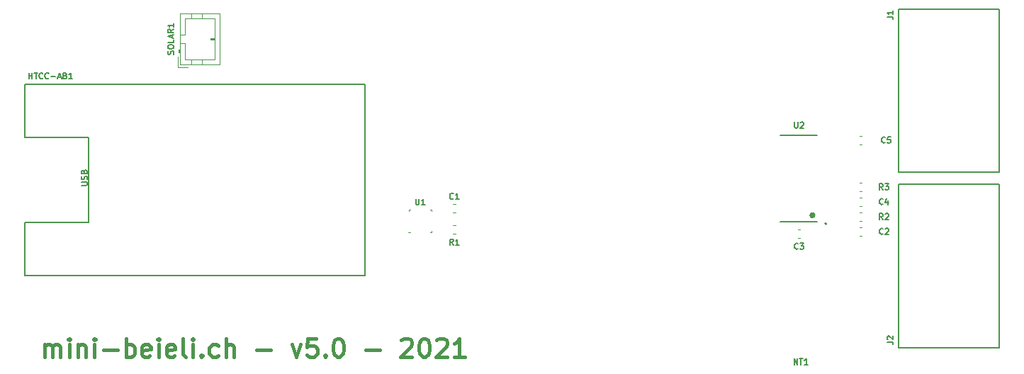
<source format=gto>
G04 #@! TF.GenerationSoftware,KiCad,Pcbnew,5.1.8-5.fc33*
G04 #@! TF.CreationDate,2020-12-26T10:31:11+01:00*
G04 #@! TF.ProjectId,mini-beieli-pcb-cubecell,6d696e69-2d62-4656-9965-6c692d706362,rev?*
G04 #@! TF.SameCoordinates,Original*
G04 #@! TF.FileFunction,Legend,Top*
G04 #@! TF.FilePolarity,Positive*
%FSLAX46Y46*%
G04 Gerber Fmt 4.6, Leading zero omitted, Abs format (unit mm)*
G04 Created by KiCad (PCBNEW 5.1.8-5.fc33) date 2020-12-26 10:31:11*
%MOMM*%
%LPD*%
G01*
G04 APERTURE LIST*
%ADD10C,0.400000*%
%ADD11C,0.127000*%
%ADD12C,0.100000*%
%ADD13C,0.120000*%
%ADD14C,0.300000*%
%ADD15C,0.200000*%
%ADD16C,0.152400*%
%ADD17C,0.150000*%
G04 APERTURE END LIST*
D10*
X42961904Y-78465238D02*
X42961904Y-76998571D01*
X42961904Y-77208095D02*
X43066666Y-77103333D01*
X43276190Y-76998571D01*
X43590476Y-76998571D01*
X43800000Y-77103333D01*
X43904761Y-77312857D01*
X43904761Y-78465238D01*
X43904761Y-77312857D02*
X44009523Y-77103333D01*
X44219047Y-76998571D01*
X44533333Y-76998571D01*
X44742857Y-77103333D01*
X44847619Y-77312857D01*
X44847619Y-78465238D01*
X45895238Y-78465238D02*
X45895238Y-76998571D01*
X45895238Y-76265238D02*
X45790476Y-76370000D01*
X45895238Y-76474761D01*
X46000000Y-76370000D01*
X45895238Y-76265238D01*
X45895238Y-76474761D01*
X46942857Y-76998571D02*
X46942857Y-78465238D01*
X46942857Y-77208095D02*
X47047619Y-77103333D01*
X47257142Y-76998571D01*
X47571428Y-76998571D01*
X47780952Y-77103333D01*
X47885714Y-77312857D01*
X47885714Y-78465238D01*
X48933333Y-78465238D02*
X48933333Y-76998571D01*
X48933333Y-76265238D02*
X48828571Y-76370000D01*
X48933333Y-76474761D01*
X49038095Y-76370000D01*
X48933333Y-76265238D01*
X48933333Y-76474761D01*
X49980952Y-77627142D02*
X51657142Y-77627142D01*
X52704761Y-78465238D02*
X52704761Y-76265238D01*
X52704761Y-77103333D02*
X52914285Y-76998571D01*
X53333333Y-76998571D01*
X53542857Y-77103333D01*
X53647619Y-77208095D01*
X53752380Y-77417619D01*
X53752380Y-78046190D01*
X53647619Y-78255714D01*
X53542857Y-78360476D01*
X53333333Y-78465238D01*
X52914285Y-78465238D01*
X52704761Y-78360476D01*
X55533333Y-78360476D02*
X55323809Y-78465238D01*
X54904761Y-78465238D01*
X54695238Y-78360476D01*
X54590476Y-78150952D01*
X54590476Y-77312857D01*
X54695238Y-77103333D01*
X54904761Y-76998571D01*
X55323809Y-76998571D01*
X55533333Y-77103333D01*
X55638095Y-77312857D01*
X55638095Y-77522380D01*
X54590476Y-77731904D01*
X56580952Y-78465238D02*
X56580952Y-76998571D01*
X56580952Y-76265238D02*
X56476190Y-76370000D01*
X56580952Y-76474761D01*
X56685714Y-76370000D01*
X56580952Y-76265238D01*
X56580952Y-76474761D01*
X58466666Y-78360476D02*
X58257142Y-78465238D01*
X57838095Y-78465238D01*
X57628571Y-78360476D01*
X57523809Y-78150952D01*
X57523809Y-77312857D01*
X57628571Y-77103333D01*
X57838095Y-76998571D01*
X58257142Y-76998571D01*
X58466666Y-77103333D01*
X58571428Y-77312857D01*
X58571428Y-77522380D01*
X57523809Y-77731904D01*
X59828571Y-78465238D02*
X59619047Y-78360476D01*
X59514285Y-78150952D01*
X59514285Y-76265238D01*
X60666666Y-78465238D02*
X60666666Y-76998571D01*
X60666666Y-76265238D02*
X60561904Y-76370000D01*
X60666666Y-76474761D01*
X60771428Y-76370000D01*
X60666666Y-76265238D01*
X60666666Y-76474761D01*
X61714285Y-78255714D02*
X61819047Y-78360476D01*
X61714285Y-78465238D01*
X61609523Y-78360476D01*
X61714285Y-78255714D01*
X61714285Y-78465238D01*
X63704761Y-78360476D02*
X63495238Y-78465238D01*
X63076190Y-78465238D01*
X62866666Y-78360476D01*
X62761904Y-78255714D01*
X62657142Y-78046190D01*
X62657142Y-77417619D01*
X62761904Y-77208095D01*
X62866666Y-77103333D01*
X63076190Y-76998571D01*
X63495238Y-76998571D01*
X63704761Y-77103333D01*
X64647619Y-78465238D02*
X64647619Y-76265238D01*
X65590476Y-78465238D02*
X65590476Y-77312857D01*
X65485714Y-77103333D01*
X65276190Y-76998571D01*
X64961904Y-76998571D01*
X64752380Y-77103333D01*
X64647619Y-77208095D01*
X68314285Y-77627142D02*
X69990476Y-77627142D01*
X72504761Y-76998571D02*
X73028571Y-78465238D01*
X73552380Y-76998571D01*
X75438095Y-76265238D02*
X74390476Y-76265238D01*
X74285714Y-77312857D01*
X74390476Y-77208095D01*
X74600000Y-77103333D01*
X75123809Y-77103333D01*
X75333333Y-77208095D01*
X75438095Y-77312857D01*
X75542857Y-77522380D01*
X75542857Y-78046190D01*
X75438095Y-78255714D01*
X75333333Y-78360476D01*
X75123809Y-78465238D01*
X74600000Y-78465238D01*
X74390476Y-78360476D01*
X74285714Y-78255714D01*
X76485714Y-78255714D02*
X76590476Y-78360476D01*
X76485714Y-78465238D01*
X76380952Y-78360476D01*
X76485714Y-78255714D01*
X76485714Y-78465238D01*
X77952380Y-76265238D02*
X78161904Y-76265238D01*
X78371428Y-76370000D01*
X78476190Y-76474761D01*
X78580952Y-76684285D01*
X78685714Y-77103333D01*
X78685714Y-77627142D01*
X78580952Y-78046190D01*
X78476190Y-78255714D01*
X78371428Y-78360476D01*
X78161904Y-78465238D01*
X77952380Y-78465238D01*
X77742857Y-78360476D01*
X77638095Y-78255714D01*
X77533333Y-78046190D01*
X77428571Y-77627142D01*
X77428571Y-77103333D01*
X77533333Y-76684285D01*
X77638095Y-76474761D01*
X77742857Y-76370000D01*
X77952380Y-76265238D01*
X81304761Y-77627142D02*
X82980952Y-77627142D01*
X85600000Y-76474761D02*
X85704761Y-76370000D01*
X85914285Y-76265238D01*
X86438095Y-76265238D01*
X86647619Y-76370000D01*
X86752380Y-76474761D01*
X86857142Y-76684285D01*
X86857142Y-76893809D01*
X86752380Y-77208095D01*
X85495238Y-78465238D01*
X86857142Y-78465238D01*
X88219047Y-76265238D02*
X88428571Y-76265238D01*
X88638095Y-76370000D01*
X88742857Y-76474761D01*
X88847619Y-76684285D01*
X88952380Y-77103333D01*
X88952380Y-77627142D01*
X88847619Y-78046190D01*
X88742857Y-78255714D01*
X88638095Y-78360476D01*
X88428571Y-78465238D01*
X88219047Y-78465238D01*
X88009523Y-78360476D01*
X87904761Y-78255714D01*
X87800000Y-78046190D01*
X87695238Y-77627142D01*
X87695238Y-77103333D01*
X87800000Y-76684285D01*
X87904761Y-76474761D01*
X88009523Y-76370000D01*
X88219047Y-76265238D01*
X89790476Y-76474761D02*
X89895238Y-76370000D01*
X90104761Y-76265238D01*
X90628571Y-76265238D01*
X90838095Y-76370000D01*
X90942857Y-76474761D01*
X91047619Y-76684285D01*
X91047619Y-76893809D01*
X90942857Y-77208095D01*
X89685714Y-78465238D01*
X91047619Y-78465238D01*
X93142857Y-78465238D02*
X91885714Y-78465238D01*
X92514285Y-78465238D02*
X92514285Y-76265238D01*
X92304761Y-76579523D01*
X92095238Y-76789047D01*
X91885714Y-76893809D01*
D11*
X81258000Y-68785000D02*
X81258000Y-45925000D01*
X81258000Y-45925000D02*
X40618000Y-45925000D01*
X40618000Y-62435000D02*
X40618000Y-68785000D01*
X40618000Y-52275000D02*
X48238000Y-52275000D01*
X48238000Y-52275000D02*
X48238000Y-62435000D01*
X40618000Y-68785000D02*
X81258000Y-68785000D01*
X48238000Y-62435000D02*
X40618000Y-62435000D01*
X40618000Y-45925000D02*
X40618000Y-52275000D01*
X144995000Y-57865000D02*
X157045000Y-57865000D01*
X144995000Y-77365000D02*
X144995000Y-57865000D01*
X157045000Y-77365000D02*
X144995000Y-77365000D01*
X157045000Y-57865000D02*
X157045000Y-77365000D01*
D12*
X89212000Y-63596000D02*
X89212000Y-63446000D01*
X89202000Y-63596000D02*
X89052000Y-63596000D01*
X89202000Y-60896000D02*
X89052000Y-60896000D01*
X89202000Y-60896000D02*
X89202000Y-61046000D01*
X86502000Y-61046000D02*
X86502000Y-60896000D01*
X86502000Y-60896000D02*
X86652000Y-60896000D01*
X86652000Y-63596000D02*
X86402000Y-63596000D01*
D13*
X91753221Y-62722000D02*
X92078779Y-62722000D01*
X91753221Y-63742000D02*
X92078779Y-63742000D01*
X91753221Y-60212000D02*
X92078779Y-60212000D01*
X91753221Y-61232000D02*
X92078779Y-61232000D01*
D14*
X134896000Y-61550000D02*
G75*
G03*
X134896000Y-61550000I-200000J0D01*
G01*
D15*
X136396000Y-62550000D02*
G75*
G03*
X136396000Y-62550000I-100000J0D01*
G01*
X130896000Y-52000000D02*
X135296000Y-52000000D01*
X135296000Y-62300000D02*
X130896000Y-62300000D01*
D13*
X59150000Y-43540000D02*
X63870000Y-43540000D01*
X63870000Y-43540000D02*
X63870000Y-37420000D01*
X63870000Y-37420000D02*
X59150000Y-37420000D01*
X59150000Y-37420000D02*
X59150000Y-43540000D01*
X59150000Y-41780000D02*
X58950000Y-41780000D01*
X58950000Y-41780000D02*
X58950000Y-42080000D01*
X58950000Y-42080000D02*
X59150000Y-42080000D01*
X59050000Y-41780000D02*
X59050000Y-42080000D01*
X59150000Y-40980000D02*
X59760000Y-40980000D01*
X59760000Y-40980000D02*
X59760000Y-42930000D01*
X59760000Y-42930000D02*
X63260000Y-42930000D01*
X63260000Y-42930000D02*
X63260000Y-38030000D01*
X63260000Y-38030000D02*
X59760000Y-38030000D01*
X59760000Y-38030000D02*
X59760000Y-39980000D01*
X59760000Y-39980000D02*
X59150000Y-39980000D01*
X60460000Y-43540000D02*
X60460000Y-42930000D01*
X61760000Y-43540000D02*
X61760000Y-42930000D01*
X60460000Y-37420000D02*
X60460000Y-38030000D01*
X61760000Y-37420000D02*
X61760000Y-38030000D01*
X63260000Y-40580000D02*
X62760000Y-40580000D01*
X62760000Y-40580000D02*
X62760000Y-40380000D01*
X62760000Y-40380000D02*
X63260000Y-40380000D01*
X63260000Y-40480000D02*
X62760000Y-40480000D01*
X58850000Y-42590000D02*
X58850000Y-43840000D01*
X58850000Y-43840000D02*
X60100000Y-43840000D01*
X140299221Y-57656000D02*
X140624779Y-57656000D01*
X140299221Y-58676000D02*
X140624779Y-58676000D01*
X140299221Y-61212000D02*
X140624779Y-61212000D01*
X140299221Y-62232000D02*
X140624779Y-62232000D01*
D11*
X144995000Y-36910000D02*
X157045000Y-36910000D01*
X144995000Y-56410000D02*
X144995000Y-36910000D01*
X157045000Y-56410000D02*
X144995000Y-56410000D01*
X157045000Y-36910000D02*
X157045000Y-56410000D01*
D13*
X140299221Y-52068000D02*
X140624779Y-52068000D01*
X140299221Y-53088000D02*
X140624779Y-53088000D01*
X140299221Y-59434000D02*
X140624779Y-59434000D01*
X140299221Y-60454000D02*
X140624779Y-60454000D01*
X132933221Y-63244000D02*
X133258779Y-63244000D01*
X132933221Y-64264000D02*
X133258779Y-64264000D01*
X140299221Y-62990000D02*
X140624779Y-62990000D01*
X140299221Y-64010000D02*
X140624779Y-64010000D01*
D11*
X41082666Y-45225666D02*
X41082666Y-44525666D01*
X41082666Y-44859000D02*
X41482666Y-44859000D01*
X41482666Y-45225666D02*
X41482666Y-44525666D01*
X41716000Y-44525666D02*
X42116000Y-44525666D01*
X41916000Y-45225666D02*
X41916000Y-44525666D01*
X42749333Y-45159000D02*
X42716000Y-45192333D01*
X42616000Y-45225666D01*
X42549333Y-45225666D01*
X42449333Y-45192333D01*
X42382666Y-45125666D01*
X42349333Y-45059000D01*
X42316000Y-44925666D01*
X42316000Y-44825666D01*
X42349333Y-44692333D01*
X42382666Y-44625666D01*
X42449333Y-44559000D01*
X42549333Y-44525666D01*
X42616000Y-44525666D01*
X42716000Y-44559000D01*
X42749333Y-44592333D01*
X43449333Y-45159000D02*
X43416000Y-45192333D01*
X43316000Y-45225666D01*
X43249333Y-45225666D01*
X43149333Y-45192333D01*
X43082666Y-45125666D01*
X43049333Y-45059000D01*
X43016000Y-44925666D01*
X43016000Y-44825666D01*
X43049333Y-44692333D01*
X43082666Y-44625666D01*
X43149333Y-44559000D01*
X43249333Y-44525666D01*
X43316000Y-44525666D01*
X43416000Y-44559000D01*
X43449333Y-44592333D01*
X43749333Y-44959000D02*
X44282666Y-44959000D01*
X44582666Y-45025666D02*
X44916000Y-45025666D01*
X44516000Y-45225666D02*
X44749333Y-44525666D01*
X44982666Y-45225666D01*
X45449333Y-44859000D02*
X45549333Y-44892333D01*
X45582666Y-44925666D01*
X45616000Y-44992333D01*
X45616000Y-45092333D01*
X45582666Y-45159000D01*
X45549333Y-45192333D01*
X45482666Y-45225666D01*
X45216000Y-45225666D01*
X45216000Y-44525666D01*
X45449333Y-44525666D01*
X45516000Y-44559000D01*
X45549333Y-44592333D01*
X45582666Y-44659000D01*
X45582666Y-44725666D01*
X45549333Y-44792333D01*
X45516000Y-44825666D01*
X45449333Y-44859000D01*
X45216000Y-44859000D01*
X46282666Y-45225666D02*
X45882666Y-45225666D01*
X46082666Y-45225666D02*
X46082666Y-44525666D01*
X46016000Y-44625666D01*
X45949333Y-44692333D01*
X45882666Y-44725666D01*
D16*
X47346666Y-57984333D02*
X47913333Y-57984333D01*
X47980000Y-57951000D01*
X48013333Y-57917666D01*
X48046666Y-57851000D01*
X48046666Y-57717666D01*
X48013333Y-57651000D01*
X47980000Y-57617666D01*
X47913333Y-57584333D01*
X47346666Y-57584333D01*
X48013333Y-57284333D02*
X48046666Y-57184333D01*
X48046666Y-57017666D01*
X48013333Y-56951000D01*
X47980000Y-56917666D01*
X47913333Y-56884333D01*
X47846666Y-56884333D01*
X47780000Y-56917666D01*
X47746666Y-56951000D01*
X47713333Y-57017666D01*
X47680000Y-57151000D01*
X47646666Y-57217666D01*
X47613333Y-57251000D01*
X47546666Y-57284333D01*
X47480000Y-57284333D01*
X47413333Y-57251000D01*
X47380000Y-57217666D01*
X47346666Y-57151000D01*
X47346666Y-56984333D01*
X47380000Y-56884333D01*
X47680000Y-56351000D02*
X47713333Y-56251000D01*
X47746666Y-56217666D01*
X47813333Y-56184333D01*
X47913333Y-56184333D01*
X47980000Y-56217666D01*
X48013333Y-56251000D01*
X48046666Y-56317666D01*
X48046666Y-56584333D01*
X47346666Y-56584333D01*
X47346666Y-56351000D01*
X47380000Y-56284333D01*
X47413333Y-56251000D01*
X47480000Y-56217666D01*
X47546666Y-56217666D01*
X47613333Y-56251000D01*
X47646666Y-56284333D01*
X47680000Y-56351000D01*
X47680000Y-56584333D01*
D17*
X143634666Y-76687333D02*
X144134666Y-76687333D01*
X144234666Y-76720666D01*
X144301333Y-76787333D01*
X144334666Y-76887333D01*
X144334666Y-76954000D01*
X143701333Y-76387333D02*
X143668000Y-76354000D01*
X143634666Y-76287333D01*
X143634666Y-76120666D01*
X143668000Y-76054000D01*
X143701333Y-76020666D01*
X143768000Y-75987333D01*
X143834666Y-75987333D01*
X143934666Y-76020666D01*
X144334666Y-76420666D01*
X144334666Y-75987333D01*
X87318666Y-59576666D02*
X87318666Y-60143333D01*
X87352000Y-60210000D01*
X87385333Y-60243333D01*
X87452000Y-60276666D01*
X87585333Y-60276666D01*
X87652000Y-60243333D01*
X87685333Y-60210000D01*
X87718666Y-60143333D01*
X87718666Y-59576666D01*
X88418666Y-60276666D02*
X88018666Y-60276666D01*
X88218666Y-60276666D02*
X88218666Y-59576666D01*
X88152000Y-59676666D01*
X88085333Y-59743333D01*
X88018666Y-59776666D01*
X91799333Y-65102666D02*
X91566000Y-64769333D01*
X91399333Y-65102666D02*
X91399333Y-64402666D01*
X91666000Y-64402666D01*
X91732666Y-64436000D01*
X91766000Y-64469333D01*
X91799333Y-64536000D01*
X91799333Y-64636000D01*
X91766000Y-64702666D01*
X91732666Y-64736000D01*
X91666000Y-64769333D01*
X91399333Y-64769333D01*
X92466000Y-65102666D02*
X92066000Y-65102666D01*
X92266000Y-65102666D02*
X92266000Y-64402666D01*
X92199333Y-64502666D01*
X92132666Y-64569333D01*
X92066000Y-64602666D01*
X91799333Y-59542000D02*
X91766000Y-59575333D01*
X91666000Y-59608666D01*
X91599333Y-59608666D01*
X91499333Y-59575333D01*
X91432666Y-59508666D01*
X91399333Y-59442000D01*
X91366000Y-59308666D01*
X91366000Y-59208666D01*
X91399333Y-59075333D01*
X91432666Y-59008666D01*
X91499333Y-58942000D01*
X91599333Y-58908666D01*
X91666000Y-58908666D01*
X91766000Y-58942000D01*
X91799333Y-58975333D01*
X92466000Y-59608666D02*
X92066000Y-59608666D01*
X92266000Y-59608666D02*
X92266000Y-58908666D01*
X92199333Y-59008666D01*
X92132666Y-59075333D01*
X92066000Y-59108666D01*
X132562666Y-50416666D02*
X132562666Y-50983333D01*
X132596000Y-51050000D01*
X132629333Y-51083333D01*
X132696000Y-51116666D01*
X132829333Y-51116666D01*
X132896000Y-51083333D01*
X132929333Y-51050000D01*
X132962666Y-50983333D01*
X132962666Y-50416666D01*
X133262666Y-50483333D02*
X133296000Y-50450000D01*
X133362666Y-50416666D01*
X133529333Y-50416666D01*
X133596000Y-50450000D01*
X133629333Y-50483333D01*
X133662666Y-50550000D01*
X133662666Y-50616666D01*
X133629333Y-50716666D01*
X133229333Y-51116666D01*
X133662666Y-51116666D01*
X58343333Y-42313333D02*
X58376666Y-42213333D01*
X58376666Y-42046666D01*
X58343333Y-41980000D01*
X58310000Y-41946666D01*
X58243333Y-41913333D01*
X58176666Y-41913333D01*
X58110000Y-41946666D01*
X58076666Y-41980000D01*
X58043333Y-42046666D01*
X58010000Y-42180000D01*
X57976666Y-42246666D01*
X57943333Y-42280000D01*
X57876666Y-42313333D01*
X57810000Y-42313333D01*
X57743333Y-42280000D01*
X57710000Y-42246666D01*
X57676666Y-42180000D01*
X57676666Y-42013333D01*
X57710000Y-41913333D01*
X57676666Y-41480000D02*
X57676666Y-41346666D01*
X57710000Y-41280000D01*
X57776666Y-41213333D01*
X57910000Y-41180000D01*
X58143333Y-41180000D01*
X58276666Y-41213333D01*
X58343333Y-41280000D01*
X58376666Y-41346666D01*
X58376666Y-41480000D01*
X58343333Y-41546666D01*
X58276666Y-41613333D01*
X58143333Y-41646666D01*
X57910000Y-41646666D01*
X57776666Y-41613333D01*
X57710000Y-41546666D01*
X57676666Y-41480000D01*
X58376666Y-40546666D02*
X58376666Y-40880000D01*
X57676666Y-40880000D01*
X58176666Y-40346666D02*
X58176666Y-40013333D01*
X58376666Y-40413333D02*
X57676666Y-40180000D01*
X58376666Y-39946666D01*
X58376666Y-39313333D02*
X58043333Y-39546666D01*
X58376666Y-39713333D02*
X57676666Y-39713333D01*
X57676666Y-39446666D01*
X57710000Y-39380000D01*
X57743333Y-39346666D01*
X57810000Y-39313333D01*
X57910000Y-39313333D01*
X57976666Y-39346666D01*
X58010000Y-39380000D01*
X58043333Y-39446666D01*
X58043333Y-39713333D01*
X58376666Y-38646666D02*
X58376666Y-39046666D01*
X58376666Y-38846666D02*
X57676666Y-38846666D01*
X57776666Y-38913333D01*
X57843333Y-38980000D01*
X57876666Y-39046666D01*
X143139333Y-58482666D02*
X142906000Y-58149333D01*
X142739333Y-58482666D02*
X142739333Y-57782666D01*
X143006000Y-57782666D01*
X143072666Y-57816000D01*
X143106000Y-57849333D01*
X143139333Y-57916000D01*
X143139333Y-58016000D01*
X143106000Y-58082666D01*
X143072666Y-58116000D01*
X143006000Y-58149333D01*
X142739333Y-58149333D01*
X143372666Y-57782666D02*
X143806000Y-57782666D01*
X143572666Y-58049333D01*
X143672666Y-58049333D01*
X143739333Y-58082666D01*
X143772666Y-58116000D01*
X143806000Y-58182666D01*
X143806000Y-58349333D01*
X143772666Y-58416000D01*
X143739333Y-58449333D01*
X143672666Y-58482666D01*
X143472666Y-58482666D01*
X143406000Y-58449333D01*
X143372666Y-58416000D01*
X143139333Y-62038666D02*
X142906000Y-61705333D01*
X142739333Y-62038666D02*
X142739333Y-61338666D01*
X143006000Y-61338666D01*
X143072666Y-61372000D01*
X143106000Y-61405333D01*
X143139333Y-61472000D01*
X143139333Y-61572000D01*
X143106000Y-61638666D01*
X143072666Y-61672000D01*
X143006000Y-61705333D01*
X142739333Y-61705333D01*
X143406000Y-61405333D02*
X143439333Y-61372000D01*
X143506000Y-61338666D01*
X143672666Y-61338666D01*
X143739333Y-61372000D01*
X143772666Y-61405333D01*
X143806000Y-61472000D01*
X143806000Y-61538666D01*
X143772666Y-61638666D01*
X143372666Y-62038666D01*
X143806000Y-62038666D01*
X132520000Y-79386666D02*
X132520000Y-78686666D01*
X132920000Y-79386666D01*
X132920000Y-78686666D01*
X133153333Y-78686666D02*
X133553333Y-78686666D01*
X133353333Y-79386666D02*
X133353333Y-78686666D01*
X134153333Y-79386666D02*
X133753333Y-79386666D01*
X133953333Y-79386666D02*
X133953333Y-78686666D01*
X133886666Y-78786666D01*
X133820000Y-78853333D01*
X133753333Y-78886666D01*
X143634666Y-37825333D02*
X144134666Y-37825333D01*
X144234666Y-37858666D01*
X144301333Y-37925333D01*
X144334666Y-38025333D01*
X144334666Y-38092000D01*
X144334666Y-37125333D02*
X144334666Y-37525333D01*
X144334666Y-37325333D02*
X143634666Y-37325333D01*
X143734666Y-37392000D01*
X143801333Y-37458666D01*
X143834666Y-37525333D01*
X143393333Y-52828000D02*
X143360000Y-52861333D01*
X143260000Y-52894666D01*
X143193333Y-52894666D01*
X143093333Y-52861333D01*
X143026666Y-52794666D01*
X142993333Y-52728000D01*
X142960000Y-52594666D01*
X142960000Y-52494666D01*
X142993333Y-52361333D01*
X143026666Y-52294666D01*
X143093333Y-52228000D01*
X143193333Y-52194666D01*
X143260000Y-52194666D01*
X143360000Y-52228000D01*
X143393333Y-52261333D01*
X144026666Y-52194666D02*
X143693333Y-52194666D01*
X143660000Y-52528000D01*
X143693333Y-52494666D01*
X143760000Y-52461333D01*
X143926666Y-52461333D01*
X143993333Y-52494666D01*
X144026666Y-52528000D01*
X144060000Y-52594666D01*
X144060000Y-52761333D01*
X144026666Y-52828000D01*
X143993333Y-52861333D01*
X143926666Y-52894666D01*
X143760000Y-52894666D01*
X143693333Y-52861333D01*
X143660000Y-52828000D01*
X143139333Y-60194000D02*
X143106000Y-60227333D01*
X143006000Y-60260666D01*
X142939333Y-60260666D01*
X142839333Y-60227333D01*
X142772666Y-60160666D01*
X142739333Y-60094000D01*
X142706000Y-59960666D01*
X142706000Y-59860666D01*
X142739333Y-59727333D01*
X142772666Y-59660666D01*
X142839333Y-59594000D01*
X142939333Y-59560666D01*
X143006000Y-59560666D01*
X143106000Y-59594000D01*
X143139333Y-59627333D01*
X143739333Y-59794000D02*
X143739333Y-60260666D01*
X143572666Y-59527333D02*
X143406000Y-60027333D01*
X143839333Y-60027333D01*
X132979333Y-65528000D02*
X132946000Y-65561333D01*
X132846000Y-65594666D01*
X132779333Y-65594666D01*
X132679333Y-65561333D01*
X132612666Y-65494666D01*
X132579333Y-65428000D01*
X132546000Y-65294666D01*
X132546000Y-65194666D01*
X132579333Y-65061333D01*
X132612666Y-64994666D01*
X132679333Y-64928000D01*
X132779333Y-64894666D01*
X132846000Y-64894666D01*
X132946000Y-64928000D01*
X132979333Y-64961333D01*
X133212666Y-64894666D02*
X133646000Y-64894666D01*
X133412666Y-65161333D01*
X133512666Y-65161333D01*
X133579333Y-65194666D01*
X133612666Y-65228000D01*
X133646000Y-65294666D01*
X133646000Y-65461333D01*
X133612666Y-65528000D01*
X133579333Y-65561333D01*
X133512666Y-65594666D01*
X133312666Y-65594666D01*
X133246000Y-65561333D01*
X133212666Y-65528000D01*
X143139333Y-63750000D02*
X143106000Y-63783333D01*
X143006000Y-63816666D01*
X142939333Y-63816666D01*
X142839333Y-63783333D01*
X142772666Y-63716666D01*
X142739333Y-63650000D01*
X142706000Y-63516666D01*
X142706000Y-63416666D01*
X142739333Y-63283333D01*
X142772666Y-63216666D01*
X142839333Y-63150000D01*
X142939333Y-63116666D01*
X143006000Y-63116666D01*
X143106000Y-63150000D01*
X143139333Y-63183333D01*
X143406000Y-63183333D02*
X143439333Y-63150000D01*
X143506000Y-63116666D01*
X143672666Y-63116666D01*
X143739333Y-63150000D01*
X143772666Y-63183333D01*
X143806000Y-63250000D01*
X143806000Y-63316666D01*
X143772666Y-63416666D01*
X143372666Y-63816666D01*
X143806000Y-63816666D01*
M02*

</source>
